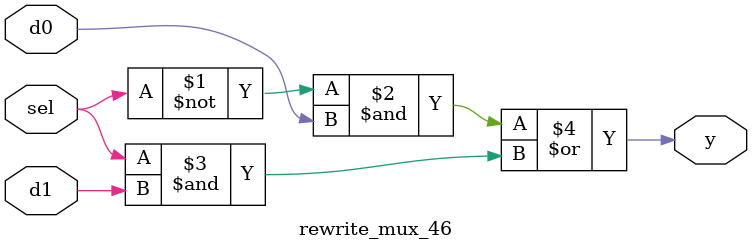
<source format=sv>
module rewrite_mux_46(input logic sel, d0, d1, output logic y);
  assign y = (~sel & d0) | (sel & d1);
endmodule

</source>
